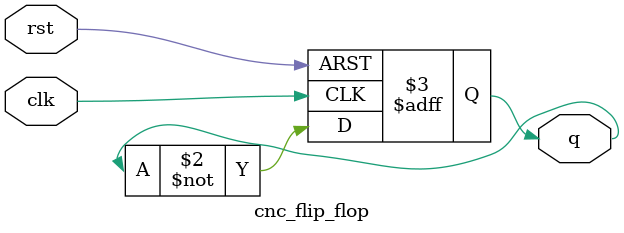
<source format=v>
`timescale 1ns / 1ps


module cnc_flip_flop (
    input wire clk,   
    input wire rst,   
    output reg q
    ); 
    always @(posedge clk or posedge rst) begin
        if (rst) begin
            q <= 1'b0;  
        end else begin
            q <= ~q;    
        end
    end
endmodule

</source>
